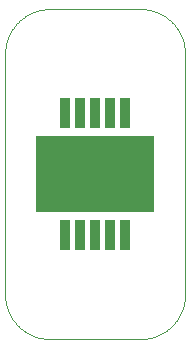
<source format=gtp>
G75*
%MOIN*%
%OFA0B0*%
%FSLAX25Y25*%
%IPPOS*%
%LPD*%
%AMOC8*
5,1,8,0,0,1.08239X$1,22.5*
%
%ADD10C,0.00394*%
%ADD11R,0.03400X0.10200*%
%ADD12R,0.39370X0.25197*%
D10*
X0008000Y0016492D02*
X0008000Y0096492D01*
X0008004Y0096854D01*
X0008018Y0097217D01*
X0008039Y0097579D01*
X0008070Y0097940D01*
X0008109Y0098300D01*
X0008157Y0098659D01*
X0008214Y0099017D01*
X0008279Y0099374D01*
X0008353Y0099729D01*
X0008436Y0100082D01*
X0008527Y0100433D01*
X0008626Y0100781D01*
X0008734Y0101127D01*
X0008850Y0101471D01*
X0008975Y0101811D01*
X0009107Y0102148D01*
X0009248Y0102482D01*
X0009397Y0102813D01*
X0009554Y0103140D01*
X0009718Y0103463D01*
X0009890Y0103782D01*
X0010070Y0104096D01*
X0010258Y0104407D01*
X0010453Y0104712D01*
X0010655Y0105013D01*
X0010865Y0105309D01*
X0011081Y0105599D01*
X0011305Y0105885D01*
X0011535Y0106165D01*
X0011772Y0106439D01*
X0012016Y0106707D01*
X0012266Y0106970D01*
X0012522Y0107226D01*
X0012785Y0107476D01*
X0013053Y0107720D01*
X0013327Y0107957D01*
X0013607Y0108187D01*
X0013893Y0108411D01*
X0014183Y0108627D01*
X0014479Y0108837D01*
X0014780Y0109039D01*
X0015085Y0109234D01*
X0015396Y0109422D01*
X0015710Y0109602D01*
X0016029Y0109774D01*
X0016352Y0109938D01*
X0016679Y0110095D01*
X0017010Y0110244D01*
X0017344Y0110385D01*
X0017681Y0110517D01*
X0018021Y0110642D01*
X0018365Y0110758D01*
X0018711Y0110866D01*
X0019059Y0110965D01*
X0019410Y0111056D01*
X0019763Y0111139D01*
X0020118Y0111213D01*
X0020475Y0111278D01*
X0020833Y0111335D01*
X0021192Y0111383D01*
X0021552Y0111422D01*
X0021913Y0111453D01*
X0022275Y0111474D01*
X0022638Y0111488D01*
X0023000Y0111492D01*
X0053000Y0111492D01*
X0053362Y0111488D01*
X0053725Y0111474D01*
X0054087Y0111453D01*
X0054448Y0111422D01*
X0054808Y0111383D01*
X0055167Y0111335D01*
X0055525Y0111278D01*
X0055882Y0111213D01*
X0056237Y0111139D01*
X0056590Y0111056D01*
X0056941Y0110965D01*
X0057289Y0110866D01*
X0057635Y0110758D01*
X0057979Y0110642D01*
X0058319Y0110517D01*
X0058656Y0110385D01*
X0058990Y0110244D01*
X0059321Y0110095D01*
X0059648Y0109938D01*
X0059971Y0109774D01*
X0060290Y0109602D01*
X0060604Y0109422D01*
X0060915Y0109234D01*
X0061220Y0109039D01*
X0061521Y0108837D01*
X0061817Y0108627D01*
X0062107Y0108411D01*
X0062393Y0108187D01*
X0062673Y0107957D01*
X0062947Y0107720D01*
X0063215Y0107476D01*
X0063478Y0107226D01*
X0063734Y0106970D01*
X0063984Y0106707D01*
X0064228Y0106439D01*
X0064465Y0106165D01*
X0064695Y0105885D01*
X0064919Y0105599D01*
X0065135Y0105309D01*
X0065345Y0105013D01*
X0065547Y0104712D01*
X0065742Y0104407D01*
X0065930Y0104096D01*
X0066110Y0103782D01*
X0066282Y0103463D01*
X0066446Y0103140D01*
X0066603Y0102813D01*
X0066752Y0102482D01*
X0066893Y0102148D01*
X0067025Y0101811D01*
X0067150Y0101471D01*
X0067266Y0101127D01*
X0067374Y0100781D01*
X0067473Y0100433D01*
X0067564Y0100082D01*
X0067647Y0099729D01*
X0067721Y0099374D01*
X0067786Y0099017D01*
X0067843Y0098659D01*
X0067891Y0098300D01*
X0067930Y0097940D01*
X0067961Y0097579D01*
X0067982Y0097217D01*
X0067996Y0096854D01*
X0068000Y0096492D01*
X0068000Y0016492D01*
X0067996Y0016130D01*
X0067982Y0015767D01*
X0067961Y0015405D01*
X0067930Y0015044D01*
X0067891Y0014684D01*
X0067843Y0014325D01*
X0067786Y0013967D01*
X0067721Y0013610D01*
X0067647Y0013255D01*
X0067564Y0012902D01*
X0067473Y0012551D01*
X0067374Y0012203D01*
X0067266Y0011857D01*
X0067150Y0011513D01*
X0067025Y0011173D01*
X0066893Y0010836D01*
X0066752Y0010502D01*
X0066603Y0010171D01*
X0066446Y0009844D01*
X0066282Y0009521D01*
X0066110Y0009202D01*
X0065930Y0008888D01*
X0065742Y0008577D01*
X0065547Y0008272D01*
X0065345Y0007971D01*
X0065135Y0007675D01*
X0064919Y0007385D01*
X0064695Y0007099D01*
X0064465Y0006819D01*
X0064228Y0006545D01*
X0063984Y0006277D01*
X0063734Y0006014D01*
X0063478Y0005758D01*
X0063215Y0005508D01*
X0062947Y0005264D01*
X0062673Y0005027D01*
X0062393Y0004797D01*
X0062107Y0004573D01*
X0061817Y0004357D01*
X0061521Y0004147D01*
X0061220Y0003945D01*
X0060915Y0003750D01*
X0060604Y0003562D01*
X0060290Y0003382D01*
X0059971Y0003210D01*
X0059648Y0003046D01*
X0059321Y0002889D01*
X0058990Y0002740D01*
X0058656Y0002599D01*
X0058319Y0002467D01*
X0057979Y0002342D01*
X0057635Y0002226D01*
X0057289Y0002118D01*
X0056941Y0002019D01*
X0056590Y0001928D01*
X0056237Y0001845D01*
X0055882Y0001771D01*
X0055525Y0001706D01*
X0055167Y0001649D01*
X0054808Y0001601D01*
X0054448Y0001562D01*
X0054087Y0001531D01*
X0053725Y0001510D01*
X0053362Y0001496D01*
X0053000Y0001492D01*
X0023000Y0001492D01*
X0022638Y0001496D01*
X0022275Y0001510D01*
X0021913Y0001531D01*
X0021552Y0001562D01*
X0021192Y0001601D01*
X0020833Y0001649D01*
X0020475Y0001706D01*
X0020118Y0001771D01*
X0019763Y0001845D01*
X0019410Y0001928D01*
X0019059Y0002019D01*
X0018711Y0002118D01*
X0018365Y0002226D01*
X0018021Y0002342D01*
X0017681Y0002467D01*
X0017344Y0002599D01*
X0017010Y0002740D01*
X0016679Y0002889D01*
X0016352Y0003046D01*
X0016029Y0003210D01*
X0015710Y0003382D01*
X0015396Y0003562D01*
X0015085Y0003750D01*
X0014780Y0003945D01*
X0014479Y0004147D01*
X0014183Y0004357D01*
X0013893Y0004573D01*
X0013607Y0004797D01*
X0013327Y0005027D01*
X0013053Y0005264D01*
X0012785Y0005508D01*
X0012522Y0005758D01*
X0012266Y0006014D01*
X0012016Y0006277D01*
X0011772Y0006545D01*
X0011535Y0006819D01*
X0011305Y0007099D01*
X0011081Y0007385D01*
X0010865Y0007675D01*
X0010655Y0007971D01*
X0010453Y0008272D01*
X0010258Y0008577D01*
X0010070Y0008888D01*
X0009890Y0009202D01*
X0009718Y0009521D01*
X0009554Y0009844D01*
X0009397Y0010171D01*
X0009248Y0010502D01*
X0009107Y0010836D01*
X0008975Y0011173D01*
X0008850Y0011513D01*
X0008734Y0011857D01*
X0008626Y0012203D01*
X0008527Y0012551D01*
X0008436Y0012902D01*
X0008353Y0013255D01*
X0008279Y0013610D01*
X0008214Y0013967D01*
X0008157Y0014325D01*
X0008109Y0014684D01*
X0008070Y0015044D01*
X0008039Y0015405D01*
X0008018Y0015767D01*
X0008004Y0016130D01*
X0008000Y0016492D01*
D11*
X0028000Y0036145D03*
X0033000Y0036145D03*
X0038000Y0036145D03*
X0043000Y0036145D03*
X0048000Y0036145D03*
X0048000Y0076840D03*
X0043000Y0076840D03*
X0038000Y0076840D03*
X0033000Y0076840D03*
X0028000Y0076840D03*
D12*
X0038000Y0056492D03*
M02*

</source>
